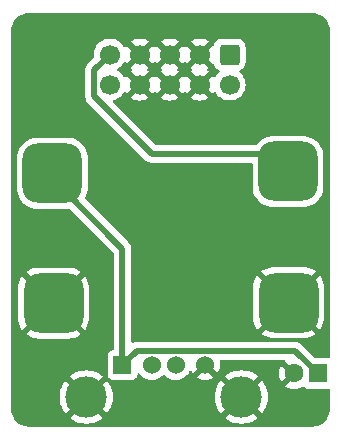
<source format=gbr>
%TF.GenerationSoftware,KiCad,Pcbnew,8.0.5*%
%TF.CreationDate,2024-12-20T11:43:52+13:00*%
%TF.ProjectId,eurorack_to_usb_MP1584EN,6575726f-7261-4636-9b5f-746f5f757362,rev?*%
%TF.SameCoordinates,Original*%
%TF.FileFunction,Copper,L1,Top*%
%TF.FilePolarity,Positive*%
%FSLAX46Y46*%
G04 Gerber Fmt 4.6, Leading zero omitted, Abs format (unit mm)*
G04 Created by KiCad (PCBNEW 8.0.5) date 2024-12-20 11:43:52*
%MOMM*%
%LPD*%
G01*
G04 APERTURE LIST*
G04 Aperture macros list*
%AMRoundRect*
0 Rectangle with rounded corners*
0 $1 Rounding radius*
0 $2 $3 $4 $5 $6 $7 $8 $9 X,Y pos of 4 corners*
0 Add a 4 corners polygon primitive as box body*
4,1,4,$2,$3,$4,$5,$6,$7,$8,$9,$2,$3,0*
0 Add four circle primitives for the rounded corners*
1,1,$1+$1,$2,$3*
1,1,$1+$1,$4,$5*
1,1,$1+$1,$6,$7*
1,1,$1+$1,$8,$9*
0 Add four rect primitives between the rounded corners*
20,1,$1+$1,$2,$3,$4,$5,0*
20,1,$1+$1,$4,$5,$6,$7,0*
20,1,$1+$1,$6,$7,$8,$9,0*
20,1,$1+$1,$8,$9,$2,$3,0*%
G04 Aperture macros list end*
%TA.AperFunction,ComponentPad*%
%ADD10R,1.524000X1.524000*%
%TD*%
%TA.AperFunction,ComponentPad*%
%ADD11C,1.524000*%
%TD*%
%TA.AperFunction,ComponentPad*%
%ADD12C,3.500000*%
%TD*%
%TA.AperFunction,ComponentPad*%
%ADD13R,1.600000X1.600000*%
%TD*%
%TA.AperFunction,ComponentPad*%
%ADD14C,1.600000*%
%TD*%
%TA.AperFunction,ComponentPad*%
%ADD15R,1.700000X1.700000*%
%TD*%
%TA.AperFunction,ComponentPad*%
%ADD16O,1.700000X1.700000*%
%TD*%
%TA.AperFunction,SMDPad,CuDef*%
%ADD17RoundRect,1.250000X-1.250000X-1.250000X1.250000X-1.250000X1.250000X1.250000X-1.250000X1.250000X0*%
%TD*%
%TA.AperFunction,ComponentPad*%
%ADD18RoundRect,0.250000X-0.600000X0.600000X-0.600000X-0.600000X0.600000X-0.600000X0.600000X0.600000X0*%
%TD*%
%TA.AperFunction,ComponentPad*%
%ADD19C,1.700000*%
%TD*%
%TA.AperFunction,Conductor*%
%ADD20C,0.500000*%
%TD*%
G04 APERTURE END LIST*
D10*
%TO.P,J2,1,VBUS*%
%TO.N,Net-(J2-VBUS)*%
X144930000Y-106290000D03*
D11*
%TO.P,J2,2,D-*%
%TO.N,unconnected-(J2-D--Pad2)*%
X147430000Y-106290000D03*
%TO.P,J2,3,D+*%
%TO.N,unconnected-(J2-D+-Pad3)*%
X149430000Y-106290000D03*
%TO.P,J2,4,GND*%
%TO.N,GND*%
X151930000Y-106290000D03*
D12*
%TO.P,J2,5,Shield*%
X141860000Y-109000000D03*
X155000000Y-109000000D03*
%TD*%
D13*
%TO.P,C1,1*%
%TO.N,Net-(J2-VBUS)*%
X161455112Y-107000000D03*
D14*
%TO.P,C1,2*%
%TO.N,GND*%
X159455112Y-107000000D03*
%TD*%
D15*
%TO.P,J3,1,Pin_1*%
%TO.N,Net-(J1-Pin_9)*%
X158194800Y-88413400D03*
D16*
X158194800Y-91105800D03*
D17*
X158950000Y-89900000D03*
D16*
%TO.P,J3,2,Pin_2*%
%TO.N,GND*%
X158245600Y-102205600D03*
D15*
X158271000Y-99589400D03*
D17*
X159000000Y-101000000D03*
%TO.P,J3,3,Pin_3*%
X139100000Y-101050000D03*
D15*
X140059200Y-99716400D03*
D16*
X140100000Y-102450000D03*
D17*
%TO.P,J3,4,Pin_4*%
%TO.N,Net-(J2-VBUS)*%
X139000000Y-90050000D03*
D16*
X139856000Y-91359800D03*
D15*
X139906800Y-88591200D03*
%TD*%
D18*
%TO.P,J1,1,Pin_1*%
%TO.N,unconnected-(J1-Pin_1-Pad1)*%
X154000000Y-80000000D03*
D19*
%TO.P,J1,2,Pin_2*%
%TO.N,unconnected-(J1-Pin_2-Pad2)*%
X154000000Y-82540000D03*
%TO.P,J1,3,Pin_3*%
%TO.N,GND*%
X151460000Y-80000000D03*
%TO.P,J1,4,Pin_4*%
X151460000Y-82540000D03*
%TO.P,J1,5,Pin_5*%
X148920000Y-80000000D03*
%TO.P,J1,6,Pin_6*%
X148920000Y-82540000D03*
%TO.P,J1,7,Pin_7*%
X146380000Y-80000000D03*
%TO.P,J1,8,Pin_8*%
X146380000Y-82540000D03*
%TO.P,J1,9,Pin_9*%
%TO.N,Net-(J1-Pin_9)*%
X143840000Y-80000000D03*
%TO.P,J1,10,Pin_10*%
%TO.N,unconnected-(J1-Pin_10-Pad10)*%
X143840000Y-82540000D03*
%TD*%
D20*
%TO.N,Net-(J2-VBUS)*%
X139856000Y-91359800D02*
X144930000Y-96433800D01*
X159533112Y-105078000D02*
X161455112Y-107000000D01*
X144930000Y-106290000D02*
X146142000Y-105078000D01*
X146142000Y-105078000D02*
X159533112Y-105078000D01*
X144930000Y-96433800D02*
X144930000Y-106290000D01*
%TO.N,Net-(J1-Pin_9)*%
X142540000Y-81300000D02*
X142540000Y-83540000D01*
X147413400Y-88413400D02*
X158194800Y-88413400D01*
X142540000Y-83540000D02*
X147413400Y-88413400D01*
X143840000Y-80000000D02*
X142540000Y-81300000D01*
%TD*%
%TA.AperFunction,Conductor*%
%TO.N,GND*%
G36*
X145914075Y-80192993D02*
G01*
X145979901Y-80307007D01*
X146072993Y-80400099D01*
X146187007Y-80465925D01*
X146250590Y-80482962D01*
X145618625Y-81114925D01*
X145695031Y-81168425D01*
X145738655Y-81223002D01*
X145745848Y-81292501D01*
X145714326Y-81354855D01*
X145695029Y-81371576D01*
X145618625Y-81425072D01*
X146250590Y-82057037D01*
X146187007Y-82074075D01*
X146072993Y-82139901D01*
X145979901Y-82232993D01*
X145914075Y-82347007D01*
X145897037Y-82410590D01*
X145265073Y-81778626D01*
X145211881Y-81854594D01*
X145157304Y-81898219D01*
X145087806Y-81905413D01*
X145025451Y-81873891D01*
X145008730Y-81854594D01*
X144878494Y-81668597D01*
X144711402Y-81501506D01*
X144711396Y-81501501D01*
X144525842Y-81371575D01*
X144482217Y-81316998D01*
X144475023Y-81247500D01*
X144506546Y-81185145D01*
X144525842Y-81168425D01*
X144650573Y-81081087D01*
X144711401Y-81038495D01*
X144878495Y-80871401D01*
X145008732Y-80685403D01*
X145063307Y-80641780D01*
X145132805Y-80634586D01*
X145195160Y-80666109D01*
X145211880Y-80685405D01*
X145265073Y-80761373D01*
X145897037Y-80129409D01*
X145914075Y-80192993D01*
G37*
%TD.AperFunction*%
%TA.AperFunction,Conductor*%
G36*
X150994075Y-80192993D02*
G01*
X151059901Y-80307007D01*
X151152993Y-80400099D01*
X151267007Y-80465925D01*
X151330590Y-80482962D01*
X150698625Y-81114925D01*
X150775031Y-81168425D01*
X150818655Y-81223002D01*
X150825848Y-81292501D01*
X150794326Y-81354855D01*
X150775029Y-81371576D01*
X150698625Y-81425072D01*
X151330590Y-82057037D01*
X151267007Y-82074075D01*
X151152993Y-82139901D01*
X151059901Y-82232993D01*
X150994075Y-82347007D01*
X150977037Y-82410590D01*
X150345072Y-81778625D01*
X150345072Y-81778626D01*
X150291574Y-81855030D01*
X150236998Y-81898655D01*
X150167499Y-81905849D01*
X150105144Y-81874326D01*
X150088424Y-81855030D01*
X150034925Y-81778626D01*
X150034925Y-81778625D01*
X149402962Y-82410589D01*
X149385925Y-82347007D01*
X149320099Y-82232993D01*
X149227007Y-82139901D01*
X149112993Y-82074075D01*
X149049410Y-82057037D01*
X149681373Y-81425073D01*
X149604969Y-81371576D01*
X149561344Y-81316999D01*
X149554150Y-81247501D01*
X149585672Y-81185146D01*
X149604968Y-81168425D01*
X149681373Y-81114925D01*
X149049409Y-80482962D01*
X149112993Y-80465925D01*
X149227007Y-80400099D01*
X149320099Y-80307007D01*
X149385925Y-80192993D01*
X149402962Y-80129410D01*
X150034925Y-80761373D01*
X150088425Y-80684968D01*
X150143002Y-80641344D01*
X150212501Y-80634151D01*
X150274855Y-80665673D01*
X150291576Y-80684969D01*
X150345073Y-80761372D01*
X150977037Y-80129409D01*
X150994075Y-80192993D01*
G37*
%TD.AperFunction*%
%TA.AperFunction,Conductor*%
G36*
X148454075Y-80192993D02*
G01*
X148519901Y-80307007D01*
X148612993Y-80400099D01*
X148727007Y-80465925D01*
X148790590Y-80482962D01*
X148158625Y-81114925D01*
X148235031Y-81168425D01*
X148278655Y-81223002D01*
X148285848Y-81292501D01*
X148254326Y-81354855D01*
X148235029Y-81371576D01*
X148158625Y-81425072D01*
X148790590Y-82057037D01*
X148727007Y-82074075D01*
X148612993Y-82139901D01*
X148519901Y-82232993D01*
X148454075Y-82347007D01*
X148437037Y-82410589D01*
X147805073Y-81778625D01*
X147805072Y-81778626D01*
X147751574Y-81855030D01*
X147696998Y-81898655D01*
X147627499Y-81905849D01*
X147565144Y-81874326D01*
X147548424Y-81855030D01*
X147494925Y-81778626D01*
X147494925Y-81778625D01*
X146862962Y-82410589D01*
X146845925Y-82347007D01*
X146780099Y-82232993D01*
X146687007Y-82139901D01*
X146572993Y-82074075D01*
X146509410Y-82057037D01*
X147141373Y-81425073D01*
X147064969Y-81371576D01*
X147021344Y-81316999D01*
X147014150Y-81247501D01*
X147045672Y-81185146D01*
X147064968Y-81168425D01*
X147141373Y-81114925D01*
X146509409Y-80482962D01*
X146572993Y-80465925D01*
X146687007Y-80400099D01*
X146780099Y-80307007D01*
X146845925Y-80192993D01*
X146862962Y-80129410D01*
X147494925Y-80761373D01*
X147548425Y-80684968D01*
X147603002Y-80641344D01*
X147672501Y-80634151D01*
X147734855Y-80665673D01*
X147751576Y-80684969D01*
X147805073Y-80761372D01*
X148437037Y-80129409D01*
X148454075Y-80192993D01*
G37*
%TD.AperFunction*%
%TA.AperFunction,Conductor*%
G36*
X152579341Y-80765789D02*
G01*
X152631191Y-80776209D01*
X152681375Y-80824823D01*
X152691206Y-80846967D01*
X152715185Y-80919331D01*
X152715187Y-80919336D01*
X152730713Y-80944508D01*
X152807288Y-81068656D01*
X152931344Y-81192712D01*
X153080666Y-81284814D01*
X153089264Y-81287663D01*
X153146707Y-81327433D01*
X153173531Y-81391948D01*
X153161217Y-81460724D01*
X153132234Y-81497483D01*
X153132427Y-81497676D01*
X153130798Y-81499304D01*
X153129975Y-81500349D01*
X153128599Y-81501503D01*
X152961505Y-81668597D01*
X152831269Y-81854595D01*
X152776692Y-81898220D01*
X152707194Y-81905414D01*
X152644839Y-81873891D01*
X152628119Y-81854595D01*
X152574925Y-81778626D01*
X152574925Y-81778625D01*
X151942962Y-82410589D01*
X151925925Y-82347007D01*
X151860099Y-82232993D01*
X151767007Y-82139901D01*
X151652993Y-82074075D01*
X151589410Y-82057037D01*
X152221373Y-81425073D01*
X152144969Y-81371576D01*
X152101344Y-81316999D01*
X152094150Y-81247501D01*
X152125672Y-81185146D01*
X152144968Y-81168425D01*
X152221373Y-81114925D01*
X151589409Y-80482962D01*
X151652993Y-80465925D01*
X151767007Y-80400099D01*
X151860099Y-80307007D01*
X151925925Y-80192993D01*
X151942962Y-80129410D01*
X152579341Y-80765789D01*
G37*
%TD.AperFunction*%
%TA.AperFunction,Conductor*%
G36*
X161004418Y-76500816D02*
G01*
X161204561Y-76515130D01*
X161222063Y-76517647D01*
X161413797Y-76559355D01*
X161430755Y-76564334D01*
X161614609Y-76632909D01*
X161630701Y-76640259D01*
X161802904Y-76734288D01*
X161817784Y-76743849D01*
X161974867Y-76861441D01*
X161988237Y-76873027D01*
X162126972Y-77011762D01*
X162138558Y-77025132D01*
X162256146Y-77182210D01*
X162265711Y-77197095D01*
X162359740Y-77369298D01*
X162367090Y-77385390D01*
X162435662Y-77569236D01*
X162440646Y-77586212D01*
X162482351Y-77777931D01*
X162484869Y-77795442D01*
X162499184Y-77995580D01*
X162499500Y-78004427D01*
X162499500Y-105582582D01*
X162479815Y-105649621D01*
X162427011Y-105695376D01*
X162362247Y-105705871D01*
X162302985Y-105699500D01*
X162302977Y-105699500D01*
X161267342Y-105699500D01*
X161200303Y-105679815D01*
X161179661Y-105663181D01*
X160011533Y-104495052D01*
X160011526Y-104495046D01*
X159937841Y-104445812D01*
X159937841Y-104445813D01*
X159888603Y-104412913D01*
X159752029Y-104356343D01*
X159752019Y-104356340D01*
X159607032Y-104327500D01*
X159607030Y-104327500D01*
X146068082Y-104327500D01*
X146068080Y-104327500D01*
X145923092Y-104356340D01*
X145923091Y-104356341D01*
X145923090Y-104356341D01*
X145923087Y-104356342D01*
X145854149Y-104384896D01*
X145851952Y-104385807D01*
X145782482Y-104393275D01*
X145720003Y-104361999D01*
X145684351Y-104301910D01*
X145680500Y-104271245D01*
X145680500Y-103651544D01*
X156702007Y-103651544D01*
X156816335Y-103735923D01*
X156816336Y-103735924D01*
X157048224Y-103858480D01*
X157295797Y-103945110D01*
X157295807Y-103945112D01*
X157553503Y-103993871D01*
X157553510Y-103993872D01*
X157662627Y-103999999D01*
X160337361Y-103999999D01*
X160337381Y-103999998D01*
X160446487Y-103993872D01*
X160446495Y-103993871D01*
X160704192Y-103945112D01*
X160704202Y-103945110D01*
X160951775Y-103858480D01*
X161183663Y-103735924D01*
X161183664Y-103735923D01*
X161297992Y-103651545D01*
X159000000Y-101353553D01*
X158549718Y-101803833D01*
X158438593Y-101739675D01*
X158311426Y-101705600D01*
X158179774Y-101705600D01*
X158052607Y-101739675D01*
X157938593Y-101805501D01*
X157845501Y-101898593D01*
X157779675Y-102012607D01*
X157745600Y-102139774D01*
X157745600Y-102271426D01*
X157779675Y-102398593D01*
X157843833Y-102509717D01*
X156702007Y-103651544D01*
X145680500Y-103651544D01*
X145680500Y-99662619D01*
X156000000Y-99662619D01*
X156000000Y-102337361D01*
X156000001Y-102337381D01*
X156006127Y-102446487D01*
X156006128Y-102446495D01*
X156054887Y-102704192D01*
X156054889Y-102704202D01*
X156141519Y-102951775D01*
X156264075Y-103183663D01*
X156264076Y-103183664D01*
X156348454Y-103297991D01*
X157995599Y-101650847D01*
X157995600Y-101650846D01*
X157995600Y-100979769D01*
X158495600Y-100979769D01*
X158495600Y-101150847D01*
X158646447Y-101000000D01*
X158646447Y-100999999D01*
X159353553Y-100999999D01*
X159353553Y-101000000D01*
X161651545Y-103297992D01*
X161735923Y-103183664D01*
X161735924Y-103183663D01*
X161858480Y-102951775D01*
X161945110Y-102704202D01*
X161945112Y-102704192D01*
X161993871Y-102446496D01*
X161993872Y-102446489D01*
X161999999Y-102337380D01*
X161999999Y-99662638D01*
X161999998Y-99662618D01*
X161993872Y-99553512D01*
X161993871Y-99553504D01*
X161945112Y-99295807D01*
X161945110Y-99295797D01*
X161858480Y-99048224D01*
X161735924Y-98816336D01*
X161735923Y-98816335D01*
X161651544Y-98702007D01*
X159353553Y-100999999D01*
X158646447Y-100999999D01*
X158521000Y-100874552D01*
X158521000Y-100905638D01*
X158501315Y-100972677D01*
X158495600Y-100979769D01*
X157995600Y-100979769D01*
X157995600Y-100889362D01*
X158015285Y-100822323D01*
X158021000Y-100815230D01*
X158021000Y-100374553D01*
X156348454Y-98702007D01*
X156264075Y-98816337D01*
X156141519Y-99048224D01*
X156054889Y-99295797D01*
X156054887Y-99295807D01*
X156006128Y-99553503D01*
X156006127Y-99553510D01*
X156000000Y-99662619D01*
X145680500Y-99662619D01*
X145680500Y-98348454D01*
X156702006Y-98348454D01*
X157793427Y-99439875D01*
X157771000Y-99523574D01*
X157771000Y-99655226D01*
X157805075Y-99782393D01*
X157870901Y-99896407D01*
X157963993Y-99989499D01*
X158078007Y-100055325D01*
X158205174Y-100089400D01*
X158336826Y-100089400D01*
X158463993Y-100055325D01*
X158521000Y-100022412D01*
X158521000Y-100167447D01*
X159000000Y-100646447D01*
X159000001Y-100646447D01*
X161297991Y-98348454D01*
X161183664Y-98264076D01*
X161183663Y-98264075D01*
X160951775Y-98141519D01*
X160704202Y-98054889D01*
X160704192Y-98054887D01*
X160446496Y-98006128D01*
X160446489Y-98006127D01*
X160337372Y-98000000D01*
X157662638Y-98000000D01*
X157662618Y-98000001D01*
X157553512Y-98006127D01*
X157553504Y-98006128D01*
X157295807Y-98054887D01*
X157295797Y-98054889D01*
X157048224Y-98141519D01*
X156816337Y-98264075D01*
X156702006Y-98348454D01*
X145680500Y-98348454D01*
X145680500Y-96359881D01*
X145674763Y-96331042D01*
X145674763Y-96331040D01*
X145651660Y-96214895D01*
X145651659Y-96214888D01*
X145597408Y-96083917D01*
X145595764Y-96079322D01*
X145512954Y-95955388D01*
X145512953Y-95955387D01*
X145512951Y-95955384D01*
X145408416Y-95850849D01*
X141820128Y-92262561D01*
X141786643Y-92201238D01*
X141791627Y-92131546D01*
X141798172Y-92116950D01*
X141858941Y-92001974D01*
X141945594Y-91754333D01*
X141994370Y-91496543D01*
X142000500Y-91387392D01*
X142000500Y-88712608D01*
X141994370Y-88603457D01*
X141986641Y-88562610D01*
X141945596Y-88345677D01*
X141945595Y-88345672D01*
X141945594Y-88345671D01*
X141945594Y-88345667D01*
X141858941Y-88098026D01*
X141736346Y-87866067D01*
X141580550Y-87654969D01*
X141395031Y-87469450D01*
X141183933Y-87313654D01*
X141183929Y-87313652D01*
X141183928Y-87313651D01*
X140951978Y-87191061D01*
X140951977Y-87191060D01*
X140951974Y-87191059D01*
X140704333Y-87104406D01*
X140704332Y-87104405D01*
X140704327Y-87104404D01*
X140704322Y-87104403D01*
X140446554Y-87055631D01*
X140446544Y-87055630D01*
X140446543Y-87055630D01*
X140337392Y-87049500D01*
X137662608Y-87049500D01*
X137553457Y-87055630D01*
X137553456Y-87055630D01*
X137553445Y-87055631D01*
X137295677Y-87104403D01*
X137295672Y-87104404D01*
X137171846Y-87147732D01*
X137048026Y-87191059D01*
X137048024Y-87191059D01*
X137048021Y-87191061D01*
X136816071Y-87313651D01*
X136604968Y-87469450D01*
X136419450Y-87654968D01*
X136263651Y-87866071D01*
X136141061Y-88098021D01*
X136054404Y-88345672D01*
X136054403Y-88345677D01*
X136005631Y-88603445D01*
X136005630Y-88603458D01*
X135999500Y-88712610D01*
X135999500Y-91387389D01*
X136005630Y-91496541D01*
X136005631Y-91496554D01*
X136054403Y-91754322D01*
X136054404Y-91754327D01*
X136054405Y-91754332D01*
X136054406Y-91754333D01*
X136141059Y-92001974D01*
X136263654Y-92233933D01*
X136419450Y-92445031D01*
X136604969Y-92630550D01*
X136816067Y-92786346D01*
X137048026Y-92908941D01*
X137295667Y-92995594D01*
X137295671Y-92995594D01*
X137295672Y-92995595D01*
X137295677Y-92995596D01*
X137553445Y-93044368D01*
X137553447Y-93044368D01*
X137553457Y-93044370D01*
X137662608Y-93050500D01*
X137662625Y-93050500D01*
X140337375Y-93050500D01*
X140337392Y-93050500D01*
X140422069Y-93045744D01*
X140490105Y-93061639D01*
X140516701Y-93081868D01*
X144143181Y-96708348D01*
X144176666Y-96769671D01*
X144179500Y-96796029D01*
X144179500Y-104909733D01*
X144159815Y-104976772D01*
X144107011Y-105022527D01*
X144068757Y-105033022D01*
X144060519Y-105033907D01*
X143925671Y-105084202D01*
X143925664Y-105084206D01*
X143810455Y-105170452D01*
X143810452Y-105170455D01*
X143724206Y-105285664D01*
X143724202Y-105285671D01*
X143673908Y-105420517D01*
X143667501Y-105480116D01*
X143667500Y-105480135D01*
X143667500Y-107099870D01*
X143667501Y-107099876D01*
X143673908Y-107159483D01*
X143724202Y-107294328D01*
X143724206Y-107294335D01*
X143810452Y-107409544D01*
X143810455Y-107409547D01*
X143925664Y-107495793D01*
X143925671Y-107495797D01*
X144060517Y-107546091D01*
X144060516Y-107546091D01*
X144067444Y-107546835D01*
X144120127Y-107552500D01*
X145739872Y-107552499D01*
X145799483Y-107546091D01*
X145934331Y-107495796D01*
X146049546Y-107409546D01*
X146135796Y-107294331D01*
X146186091Y-107159483D01*
X146192229Y-107102386D01*
X146218966Y-107037839D01*
X146276358Y-106997991D01*
X146346183Y-106995497D01*
X146406272Y-107031149D01*
X146417093Y-107044522D01*
X146459170Y-107104615D01*
X146459175Y-107104621D01*
X146615378Y-107260824D01*
X146615384Y-107260829D01*
X146796333Y-107387531D01*
X146796335Y-107387532D01*
X146796338Y-107387534D01*
X146996550Y-107480894D01*
X147209932Y-107538070D01*
X147367123Y-107551822D01*
X147429998Y-107557323D01*
X147430000Y-107557323D01*
X147430002Y-107557323D01*
X147485151Y-107552498D01*
X147650068Y-107538070D01*
X147863450Y-107480894D01*
X148063662Y-107387534D01*
X148244620Y-107260826D01*
X148342319Y-107163127D01*
X148403642Y-107129642D01*
X148473334Y-107134626D01*
X148517681Y-107163127D01*
X148615378Y-107260824D01*
X148615384Y-107260829D01*
X148796333Y-107387531D01*
X148796335Y-107387532D01*
X148796338Y-107387534D01*
X148996550Y-107480894D01*
X149209932Y-107538070D01*
X149367123Y-107551822D01*
X149429998Y-107557323D01*
X149430000Y-107557323D01*
X149430002Y-107557323D01*
X149485151Y-107552498D01*
X149650068Y-107538070D01*
X149863450Y-107480894D01*
X150063662Y-107387534D01*
X150244620Y-107260826D01*
X150400826Y-107104620D01*
X150527534Y-106923662D01*
X150567894Y-106837108D01*
X150614066Y-106784669D01*
X150681259Y-106765517D01*
X150748140Y-106785732D01*
X150792658Y-106837109D01*
X150832898Y-106923405D01*
X150832901Y-106923411D01*
X150878258Y-106988187D01*
X150878258Y-106988188D01*
X151479697Y-106386749D01*
X151501349Y-106467553D01*
X151561909Y-106572446D01*
X151647554Y-106658091D01*
X151752447Y-106718651D01*
X151833249Y-106740302D01*
X151231810Y-107341740D01*
X151296590Y-107387099D01*
X151296592Y-107387100D01*
X151496715Y-107480419D01*
X151496729Y-107480424D01*
X151710013Y-107537573D01*
X151710023Y-107537575D01*
X151929999Y-107556821D01*
X151930001Y-107556821D01*
X152149976Y-107537575D01*
X152149986Y-107537573D01*
X152363270Y-107480424D01*
X152363284Y-107480419D01*
X152563407Y-107387100D01*
X152563417Y-107387094D01*
X152628188Y-107341741D01*
X152026750Y-106740302D01*
X152107553Y-106718651D01*
X152212446Y-106658091D01*
X152298091Y-106572446D01*
X152358651Y-106467553D01*
X152380302Y-106386749D01*
X152981741Y-106988188D01*
X153027094Y-106923417D01*
X153027100Y-106923407D01*
X153120419Y-106723284D01*
X153120424Y-106723270D01*
X153177573Y-106509986D01*
X153177575Y-106509976D01*
X153196821Y-106290000D01*
X153196821Y-106289999D01*
X153177575Y-106070023D01*
X153177574Y-106070017D01*
X153154685Y-105984594D01*
X153156348Y-105914744D01*
X153195510Y-105856881D01*
X153259739Y-105829377D01*
X153274460Y-105828500D01*
X158602407Y-105828500D01*
X158669446Y-105848185D01*
X158715201Y-105900989D01*
X158716355Y-105907691D01*
X159408665Y-106600000D01*
X159402451Y-106600000D01*
X159300718Y-106627259D01*
X159209506Y-106679920D01*
X159135032Y-106754394D01*
X159082371Y-106845606D01*
X159055112Y-106947339D01*
X159055112Y-106953552D01*
X158376086Y-106274526D01*
X158376085Y-106274526D01*
X158324980Y-106347512D01*
X158324978Y-106347516D01*
X158228846Y-106553673D01*
X158228842Y-106553682D01*
X158169972Y-106773389D01*
X158169970Y-106773400D01*
X158150146Y-106999997D01*
X158150146Y-107000002D01*
X158169970Y-107226599D01*
X158169972Y-107226610D01*
X158228842Y-107446317D01*
X158228847Y-107446331D01*
X158324975Y-107652478D01*
X158376086Y-107725472D01*
X159055112Y-107046446D01*
X159055112Y-107052661D01*
X159082371Y-107154394D01*
X159135032Y-107245606D01*
X159209506Y-107320080D01*
X159300718Y-107372741D01*
X159402451Y-107400000D01*
X159408663Y-107400000D01*
X158729638Y-108079025D01*
X158802625Y-108130132D01*
X158802633Y-108130136D01*
X159008780Y-108226264D01*
X159008794Y-108226269D01*
X159228501Y-108285139D01*
X159228512Y-108285141D01*
X159455110Y-108304966D01*
X159455114Y-108304966D01*
X159681711Y-108285141D01*
X159681722Y-108285139D01*
X159901429Y-108226269D01*
X159901438Y-108226265D01*
X160107593Y-108130134D01*
X160120365Y-108121191D01*
X160186571Y-108098862D01*
X160254339Y-108115870D01*
X160290756Y-108148449D01*
X160297566Y-108157546D01*
X160343755Y-108192123D01*
X160412776Y-108243793D01*
X160412783Y-108243797D01*
X160547629Y-108294091D01*
X160547628Y-108294091D01*
X160554556Y-108294835D01*
X160607239Y-108300500D01*
X162302984Y-108300499D01*
X162362247Y-108294128D01*
X162431005Y-108306534D01*
X162482142Y-108354145D01*
X162499500Y-108417418D01*
X162499500Y-109995572D01*
X162499184Y-110004419D01*
X162484869Y-110204557D01*
X162482351Y-110222068D01*
X162440646Y-110413787D01*
X162435662Y-110430763D01*
X162367090Y-110614609D01*
X162359740Y-110630701D01*
X162265711Y-110802904D01*
X162256146Y-110817789D01*
X162138558Y-110974867D01*
X162126972Y-110988237D01*
X161988237Y-111126972D01*
X161974867Y-111138558D01*
X161817789Y-111256146D01*
X161802904Y-111265711D01*
X161630701Y-111359740D01*
X161614609Y-111367090D01*
X161430763Y-111435662D01*
X161413787Y-111440646D01*
X161222068Y-111482351D01*
X161204557Y-111484869D01*
X161023779Y-111497799D01*
X161004417Y-111499184D01*
X160995572Y-111499500D01*
X155054835Y-111499500D01*
X154997330Y-111482614D01*
X154972244Y-111496507D01*
X154945165Y-111499500D01*
X141914835Y-111499500D01*
X141857330Y-111482614D01*
X141832244Y-111496507D01*
X141805165Y-111499500D01*
X137004428Y-111499500D01*
X136995582Y-111499184D01*
X136973622Y-111497613D01*
X136795442Y-111484869D01*
X136777931Y-111482351D01*
X136586212Y-111440646D01*
X136569236Y-111435662D01*
X136385390Y-111367090D01*
X136369298Y-111359740D01*
X136197095Y-111265711D01*
X136182210Y-111256146D01*
X136025132Y-111138558D01*
X136011762Y-111126972D01*
X135873027Y-110988237D01*
X135861441Y-110974867D01*
X135844878Y-110952741D01*
X135743849Y-110817784D01*
X135734288Y-110802904D01*
X135640259Y-110630701D01*
X135632909Y-110614609D01*
X135572091Y-110451551D01*
X135564334Y-110430755D01*
X135559355Y-110413797D01*
X135517647Y-110222063D01*
X135515130Y-110204556D01*
X135500816Y-110004418D01*
X135500500Y-109995572D01*
X135500500Y-109000000D01*
X139605172Y-109000000D01*
X139624462Y-109294312D01*
X139624464Y-109294324D01*
X139682001Y-109583584D01*
X139682005Y-109583599D01*
X139776812Y-109862888D01*
X139907258Y-110127406D01*
X139907265Y-110127419D01*
X140071123Y-110372649D01*
X140100405Y-110406040D01*
X140887912Y-109618532D01*
X140982829Y-109749175D01*
X141110825Y-109877171D01*
X141241465Y-109972086D01*
X140453958Y-110759593D01*
X140487350Y-110788876D01*
X140732580Y-110952734D01*
X140732593Y-110952741D01*
X140997111Y-111083187D01*
X141276400Y-111177994D01*
X141276415Y-111177998D01*
X141565675Y-111235535D01*
X141565687Y-111235537D01*
X141813275Y-111251765D01*
X141860431Y-111269034D01*
X141879900Y-111256523D01*
X141906725Y-111251765D01*
X142154312Y-111235537D01*
X142154324Y-111235535D01*
X142443584Y-111177998D01*
X142443599Y-111177994D01*
X142722888Y-111083187D01*
X142987406Y-110952741D01*
X142987419Y-110952734D01*
X143232648Y-110788877D01*
X143266039Y-110759593D01*
X142478533Y-109972086D01*
X142609175Y-109877171D01*
X142737171Y-109749175D01*
X142832086Y-109618533D01*
X143619593Y-110406039D01*
X143648877Y-110372648D01*
X143812734Y-110127419D01*
X143812741Y-110127406D01*
X143943187Y-109862888D01*
X144037994Y-109583599D01*
X144037998Y-109583584D01*
X144095535Y-109294324D01*
X144095537Y-109294312D01*
X144114827Y-109000000D01*
X152745172Y-109000000D01*
X152764462Y-109294312D01*
X152764464Y-109294324D01*
X152822001Y-109583584D01*
X152822005Y-109583599D01*
X152916812Y-109862888D01*
X153047258Y-110127406D01*
X153047265Y-110127419D01*
X153211123Y-110372649D01*
X153240405Y-110406040D01*
X154027912Y-109618532D01*
X154122829Y-109749175D01*
X154250825Y-109877171D01*
X154381465Y-109972086D01*
X153593958Y-110759593D01*
X153627350Y-110788876D01*
X153872580Y-110952734D01*
X153872593Y-110952741D01*
X154137111Y-111083187D01*
X154416400Y-111177994D01*
X154416415Y-111177998D01*
X154705675Y-111235535D01*
X154705687Y-111235537D01*
X154953275Y-111251765D01*
X155000431Y-111269034D01*
X155019900Y-111256523D01*
X155046725Y-111251765D01*
X155294312Y-111235537D01*
X155294324Y-111235535D01*
X155583584Y-111177998D01*
X155583599Y-111177994D01*
X155862888Y-111083187D01*
X156127406Y-110952741D01*
X156127419Y-110952734D01*
X156372648Y-110788877D01*
X156406039Y-110759593D01*
X155618533Y-109972086D01*
X155749175Y-109877171D01*
X155877171Y-109749175D01*
X155972086Y-109618533D01*
X156759593Y-110406039D01*
X156788877Y-110372648D01*
X156952734Y-110127419D01*
X156952741Y-110127406D01*
X157083187Y-109862888D01*
X157177994Y-109583599D01*
X157177998Y-109583584D01*
X157235535Y-109294324D01*
X157235537Y-109294312D01*
X157254827Y-109000000D01*
X157235537Y-108705687D01*
X157235535Y-108705675D01*
X157177998Y-108416415D01*
X157177994Y-108416400D01*
X157083187Y-108137111D01*
X156952741Y-107872593D01*
X156952734Y-107872580D01*
X156788876Y-107627350D01*
X156759593Y-107593958D01*
X155972086Y-108381465D01*
X155877171Y-108250825D01*
X155749175Y-108122829D01*
X155618533Y-108027912D01*
X156406040Y-107240405D01*
X156372649Y-107211123D01*
X156127419Y-107047265D01*
X156127406Y-107047258D01*
X155862888Y-106916812D01*
X155583599Y-106822005D01*
X155583584Y-106822001D01*
X155294324Y-106764464D01*
X155294312Y-106764462D01*
X155000000Y-106745172D01*
X154705687Y-106764462D01*
X154705675Y-106764464D01*
X154416415Y-106822001D01*
X154416400Y-106822005D01*
X154137111Y-106916812D01*
X153872593Y-107047258D01*
X153872580Y-107047265D01*
X153627346Y-107211126D01*
X153627339Y-107211131D01*
X153593959Y-107240403D01*
X153593959Y-107240405D01*
X154381466Y-108027912D01*
X154250825Y-108122829D01*
X154122829Y-108250825D01*
X154027912Y-108381466D01*
X153240405Y-107593959D01*
X153240403Y-107593959D01*
X153211131Y-107627339D01*
X153211126Y-107627346D01*
X153047265Y-107872580D01*
X153047258Y-107872593D01*
X152916812Y-108137111D01*
X152822005Y-108416400D01*
X152822001Y-108416415D01*
X152764464Y-108705675D01*
X152764462Y-108705687D01*
X152745172Y-109000000D01*
X144114827Y-109000000D01*
X144095537Y-108705687D01*
X144095535Y-108705675D01*
X144037998Y-108416415D01*
X144037994Y-108416400D01*
X143943187Y-108137111D01*
X143812741Y-107872593D01*
X143812734Y-107872580D01*
X143648876Y-107627350D01*
X143619593Y-107593958D01*
X142832086Y-108381465D01*
X142737171Y-108250825D01*
X142609175Y-108122829D01*
X142478533Y-108027912D01*
X143266040Y-107240405D01*
X143232649Y-107211123D01*
X142987419Y-107047265D01*
X142987406Y-107047258D01*
X142722888Y-106916812D01*
X142443599Y-106822005D01*
X142443584Y-106822001D01*
X142154324Y-106764464D01*
X142154312Y-106764462D01*
X141860000Y-106745172D01*
X141565687Y-106764462D01*
X141565675Y-106764464D01*
X141276415Y-106822001D01*
X141276400Y-106822005D01*
X140997111Y-106916812D01*
X140732593Y-107047258D01*
X140732580Y-107047265D01*
X140487346Y-107211126D01*
X140487339Y-107211131D01*
X140453959Y-107240403D01*
X140453959Y-107240405D01*
X141241466Y-108027912D01*
X141110825Y-108122829D01*
X140982829Y-108250825D01*
X140887913Y-108381466D01*
X140100405Y-107593959D01*
X140100403Y-107593959D01*
X140071131Y-107627339D01*
X140071126Y-107627346D01*
X139907265Y-107872580D01*
X139907258Y-107872593D01*
X139776812Y-108137111D01*
X139682005Y-108416400D01*
X139682001Y-108416415D01*
X139624464Y-108705675D01*
X139624462Y-108705687D01*
X139605172Y-109000000D01*
X135500500Y-109000000D01*
X135500500Y-103701544D01*
X136802007Y-103701544D01*
X136916335Y-103785923D01*
X136916336Y-103785924D01*
X137148224Y-103908480D01*
X137395797Y-103995110D01*
X137395807Y-103995112D01*
X137653503Y-104043871D01*
X137653510Y-104043872D01*
X137762627Y-104049999D01*
X140437361Y-104049999D01*
X140437381Y-104049998D01*
X140546487Y-104043872D01*
X140546495Y-104043871D01*
X140804192Y-103995112D01*
X140804202Y-103995110D01*
X141051775Y-103908480D01*
X141283663Y-103785924D01*
X141283664Y-103785923D01*
X141397992Y-103701545D01*
X140476776Y-102780329D01*
X140500099Y-102757007D01*
X140565925Y-102642993D01*
X140600000Y-102515826D01*
X140600000Y-102384174D01*
X140565925Y-102257007D01*
X140500099Y-102142993D01*
X140407007Y-102049901D01*
X140292993Y-101984075D01*
X140165826Y-101950000D01*
X140034174Y-101950000D01*
X139907007Y-101984075D01*
X139792993Y-102049901D01*
X139769670Y-102073223D01*
X139100000Y-101403553D01*
X136802007Y-103701544D01*
X135500500Y-103701544D01*
X135500500Y-99712619D01*
X136100000Y-99712619D01*
X136100000Y-102387361D01*
X136100001Y-102387381D01*
X136106127Y-102496487D01*
X136106128Y-102496495D01*
X136154887Y-102754192D01*
X136154889Y-102754202D01*
X136241519Y-103001775D01*
X136364075Y-103233663D01*
X136364076Y-103233664D01*
X136448454Y-103347991D01*
X138746447Y-101050000D01*
X138746446Y-101049999D01*
X139453553Y-101049999D01*
X139453553Y-101050000D01*
X139849999Y-101446447D01*
X139850000Y-101446446D01*
X139850000Y-101109400D01*
X139845519Y-101104919D01*
X139812034Y-101043596D01*
X139809200Y-101017238D01*
X139809200Y-100694353D01*
X139809199Y-100694352D01*
X139453553Y-101049999D01*
X138746446Y-101049999D01*
X136448454Y-98752007D01*
X136364075Y-98866337D01*
X136241519Y-99098224D01*
X136154889Y-99345797D01*
X136154887Y-99345807D01*
X136106128Y-99603503D01*
X136106127Y-99603510D01*
X136100000Y-99712619D01*
X135500500Y-99712619D01*
X135500500Y-98398454D01*
X136802007Y-98398454D01*
X139100000Y-100696447D01*
X139716070Y-100080376D01*
X139752193Y-100116499D01*
X139866207Y-100182325D01*
X139993374Y-100216400D01*
X140125026Y-100216400D01*
X140207309Y-100194352D01*
X140309200Y-100194352D01*
X140309200Y-101057000D01*
X140313681Y-101061481D01*
X140347166Y-101122804D01*
X140350000Y-101149162D01*
X140350000Y-101946447D01*
X141751545Y-103347992D01*
X141835923Y-103233664D01*
X141835924Y-103233663D01*
X141958480Y-103001775D01*
X142045110Y-102754202D01*
X142045112Y-102754192D01*
X142093871Y-102496496D01*
X142093872Y-102496489D01*
X142099999Y-102387380D01*
X142099999Y-99712638D01*
X142099998Y-99712618D01*
X142093872Y-99603512D01*
X142093871Y-99603504D01*
X142045112Y-99345807D01*
X142045110Y-99345797D01*
X141958480Y-99098224D01*
X141835924Y-98866336D01*
X141835923Y-98866335D01*
X141751544Y-98752007D01*
X140309200Y-100194352D01*
X140207309Y-100194352D01*
X140252193Y-100182325D01*
X140366207Y-100116499D01*
X140459299Y-100023407D01*
X140525125Y-99909393D01*
X140559200Y-99782226D01*
X140559200Y-99650574D01*
X140525125Y-99523407D01*
X140459299Y-99409393D01*
X140423176Y-99373270D01*
X141397991Y-98398454D01*
X141283664Y-98314076D01*
X141283663Y-98314075D01*
X141051775Y-98191519D01*
X140804202Y-98104889D01*
X140804192Y-98104887D01*
X140546496Y-98056128D01*
X140546489Y-98056127D01*
X140437372Y-98050000D01*
X137762638Y-98050000D01*
X137762618Y-98050001D01*
X137653512Y-98056127D01*
X137653504Y-98056128D01*
X137395807Y-98104887D01*
X137395797Y-98104889D01*
X137148224Y-98191519D01*
X136916337Y-98314075D01*
X136802007Y-98398454D01*
X135500500Y-98398454D01*
X135500500Y-83613920D01*
X141789499Y-83613920D01*
X141818340Y-83758907D01*
X141818342Y-83758913D01*
X141874915Y-83895493D01*
X141874918Y-83895499D01*
X141875029Y-83895664D01*
X141875148Y-83895841D01*
X141957051Y-84018420D01*
X141957052Y-84018421D01*
X146934980Y-88996348D01*
X146934984Y-88996351D01*
X147057898Y-89078480D01*
X147057911Y-89078487D01*
X147194482Y-89135056D01*
X147194487Y-89135058D01*
X147194491Y-89135058D01*
X147194492Y-89135059D01*
X147339479Y-89163900D01*
X147339482Y-89163900D01*
X147487317Y-89163900D01*
X155825500Y-89163900D01*
X155892539Y-89183585D01*
X155938294Y-89236389D01*
X155949500Y-89287900D01*
X155949500Y-91237389D01*
X155955630Y-91346541D01*
X155955631Y-91346554D01*
X156004403Y-91604322D01*
X156004404Y-91604327D01*
X156004405Y-91604332D01*
X156004406Y-91604333D01*
X156091059Y-91851974D01*
X156213654Y-92083933D01*
X156369450Y-92295031D01*
X156554969Y-92480550D01*
X156766067Y-92636346D01*
X156998026Y-92758941D01*
X157245667Y-92845594D01*
X157245671Y-92845594D01*
X157245672Y-92845595D01*
X157245677Y-92845596D01*
X157503445Y-92894368D01*
X157503447Y-92894368D01*
X157503457Y-92894370D01*
X157612608Y-92900500D01*
X157612625Y-92900500D01*
X160287375Y-92900500D01*
X160287392Y-92900500D01*
X160396543Y-92894370D01*
X160654333Y-92845594D01*
X160901974Y-92758941D01*
X161133933Y-92636346D01*
X161345031Y-92480550D01*
X161530550Y-92295031D01*
X161686346Y-92083933D01*
X161808941Y-91851974D01*
X161895594Y-91604333D01*
X161944370Y-91346543D01*
X161950500Y-91237392D01*
X161950500Y-88562608D01*
X161944370Y-88453457D01*
X161895594Y-88195667D01*
X161808941Y-87948026D01*
X161686346Y-87716067D01*
X161530550Y-87504969D01*
X161345031Y-87319450D01*
X161133933Y-87163654D01*
X161133929Y-87163652D01*
X161133928Y-87163651D01*
X160901978Y-87041061D01*
X160901977Y-87041060D01*
X160901974Y-87041059D01*
X160654333Y-86954406D01*
X160654332Y-86954405D01*
X160654327Y-86954404D01*
X160654322Y-86954403D01*
X160396554Y-86905631D01*
X160396544Y-86905630D01*
X160396543Y-86905630D01*
X160287392Y-86899500D01*
X157612608Y-86899500D01*
X157503457Y-86905630D01*
X157503456Y-86905630D01*
X157503445Y-86905631D01*
X157245677Y-86954403D01*
X157245672Y-86954404D01*
X157121846Y-86997732D01*
X156998026Y-87041059D01*
X156998024Y-87041059D01*
X156998021Y-87041061D01*
X156766071Y-87163651D01*
X156554968Y-87319450D01*
X156369450Y-87504968D01*
X156290064Y-87612534D01*
X156234417Y-87654784D01*
X156190294Y-87662900D01*
X147775629Y-87662900D01*
X147708590Y-87643215D01*
X147687948Y-87626581D01*
X144117668Y-84056300D01*
X144084183Y-83994977D01*
X144089167Y-83925285D01*
X144131039Y-83869352D01*
X144173253Y-83848845D01*
X144264897Y-83824290D01*
X144303653Y-83813906D01*
X144303654Y-83813905D01*
X144303663Y-83813903D01*
X144517830Y-83714035D01*
X144711401Y-83578495D01*
X144878495Y-83411401D01*
X145008732Y-83225403D01*
X145063307Y-83181780D01*
X145132805Y-83174586D01*
X145195160Y-83206109D01*
X145211880Y-83225405D01*
X145265073Y-83301373D01*
X145897037Y-82669409D01*
X145914075Y-82732993D01*
X145979901Y-82847007D01*
X146072993Y-82940099D01*
X146187007Y-83005925D01*
X146250590Y-83022962D01*
X145618625Y-83654925D01*
X145702421Y-83713599D01*
X145916507Y-83813429D01*
X145916516Y-83813433D01*
X146144673Y-83874567D01*
X146144684Y-83874569D01*
X146379998Y-83895157D01*
X146380002Y-83895157D01*
X146615315Y-83874569D01*
X146615326Y-83874567D01*
X146843483Y-83813433D01*
X146843492Y-83813429D01*
X147057578Y-83713600D01*
X147057582Y-83713598D01*
X147141373Y-83654926D01*
X147141373Y-83654925D01*
X146509409Y-83022962D01*
X146572993Y-83005925D01*
X146687007Y-82940099D01*
X146780099Y-82847007D01*
X146845925Y-82732993D01*
X146862962Y-82669410D01*
X147494925Y-83301373D01*
X147548425Y-83224968D01*
X147603002Y-83181344D01*
X147672501Y-83174151D01*
X147734855Y-83205673D01*
X147751576Y-83224969D01*
X147805073Y-83301372D01*
X148437037Y-82669409D01*
X148454075Y-82732993D01*
X148519901Y-82847007D01*
X148612993Y-82940099D01*
X148727007Y-83005925D01*
X148790590Y-83022962D01*
X148158625Y-83654925D01*
X148242421Y-83713599D01*
X148456507Y-83813429D01*
X148456516Y-83813433D01*
X148684673Y-83874567D01*
X148684684Y-83874569D01*
X148919998Y-83895157D01*
X148920002Y-83895157D01*
X149155315Y-83874569D01*
X149155326Y-83874567D01*
X149383483Y-83813433D01*
X149383492Y-83813429D01*
X149597578Y-83713600D01*
X149597582Y-83713598D01*
X149681373Y-83654926D01*
X149681373Y-83654925D01*
X149049409Y-83022962D01*
X149112993Y-83005925D01*
X149227007Y-82940099D01*
X149320099Y-82847007D01*
X149385925Y-82732993D01*
X149402962Y-82669410D01*
X150034925Y-83301373D01*
X150088425Y-83224968D01*
X150143002Y-83181344D01*
X150212501Y-83174151D01*
X150274855Y-83205673D01*
X150291576Y-83224969D01*
X150345073Y-83301372D01*
X150977037Y-82669409D01*
X150994075Y-82732993D01*
X151059901Y-82847007D01*
X151152993Y-82940099D01*
X151267007Y-83005925D01*
X151330590Y-83022962D01*
X150698625Y-83654925D01*
X150782421Y-83713599D01*
X150996507Y-83813429D01*
X150996516Y-83813433D01*
X151224673Y-83874567D01*
X151224684Y-83874569D01*
X151459998Y-83895157D01*
X151460002Y-83895157D01*
X151695315Y-83874569D01*
X151695326Y-83874567D01*
X151923483Y-83813433D01*
X151923492Y-83813429D01*
X152137578Y-83713600D01*
X152137582Y-83713598D01*
X152221373Y-83654926D01*
X152221373Y-83654925D01*
X151589409Y-83022962D01*
X151652993Y-83005925D01*
X151767007Y-82940099D01*
X151860099Y-82847007D01*
X151925925Y-82732993D01*
X151942962Y-82669410D01*
X152574925Y-83301373D01*
X152628119Y-83225405D01*
X152682696Y-83181781D01*
X152752195Y-83174588D01*
X152814549Y-83206110D01*
X152831269Y-83225405D01*
X152961505Y-83411401D01*
X153128599Y-83578495D01*
X153179191Y-83613920D01*
X153322165Y-83714032D01*
X153322167Y-83714033D01*
X153322170Y-83714035D01*
X153536337Y-83813903D01*
X153764592Y-83875063D01*
X153952918Y-83891539D01*
X153999999Y-83895659D01*
X154000000Y-83895659D01*
X154000001Y-83895659D01*
X154039234Y-83892226D01*
X154235408Y-83875063D01*
X154463663Y-83813903D01*
X154677830Y-83714035D01*
X154871401Y-83578495D01*
X155038495Y-83411401D01*
X155174035Y-83217830D01*
X155273903Y-83003663D01*
X155335063Y-82775408D01*
X155355659Y-82540000D01*
X155335063Y-82304592D01*
X155273903Y-82076337D01*
X155174035Y-81862171D01*
X155168731Y-81854595D01*
X155038494Y-81668597D01*
X154871398Y-81501501D01*
X154870030Y-81500354D01*
X154869592Y-81499696D01*
X154867573Y-81497677D01*
X154867978Y-81497271D01*
X154831330Y-81442182D01*
X154830224Y-81372321D01*
X154867063Y-81312952D01*
X154910737Y-81287662D01*
X154919334Y-81284814D01*
X155068656Y-81192712D01*
X155192712Y-81068656D01*
X155284814Y-80919334D01*
X155339999Y-80752797D01*
X155350500Y-80650009D01*
X155350499Y-79349992D01*
X155339999Y-79247203D01*
X155284814Y-79080666D01*
X155192712Y-78931344D01*
X155068656Y-78807288D01*
X154937784Y-78726566D01*
X154919336Y-78715187D01*
X154919331Y-78715185D01*
X154917862Y-78714698D01*
X154752797Y-78660001D01*
X154752795Y-78660000D01*
X154650010Y-78649500D01*
X153349998Y-78649500D01*
X153349981Y-78649501D01*
X153247203Y-78660000D01*
X153247200Y-78660001D01*
X153080668Y-78715185D01*
X153080663Y-78715187D01*
X152931342Y-78807289D01*
X152807289Y-78931342D01*
X152715187Y-79080663D01*
X152715182Y-79080674D01*
X152691205Y-79153032D01*
X152651432Y-79210477D01*
X152586916Y-79237299D01*
X152576138Y-79237412D01*
X151942962Y-79870589D01*
X151925925Y-79807007D01*
X151860099Y-79692993D01*
X151767007Y-79599901D01*
X151652993Y-79534075D01*
X151589410Y-79517037D01*
X152221373Y-78885073D01*
X152221373Y-78885072D01*
X152137583Y-78826402D01*
X152137579Y-78826400D01*
X151923492Y-78726570D01*
X151923483Y-78726566D01*
X151695326Y-78665432D01*
X151695315Y-78665430D01*
X151460002Y-78644843D01*
X151459998Y-78644843D01*
X151224684Y-78665430D01*
X151224673Y-78665432D01*
X150996516Y-78726566D01*
X150996507Y-78726570D01*
X150782419Y-78826401D01*
X150698625Y-78885072D01*
X151330590Y-79517037D01*
X151267007Y-79534075D01*
X151152993Y-79599901D01*
X151059901Y-79692993D01*
X150994075Y-79807007D01*
X150977037Y-79870590D01*
X150345072Y-79238625D01*
X150345072Y-79238626D01*
X150291574Y-79315030D01*
X150236998Y-79358655D01*
X150167499Y-79365849D01*
X150105144Y-79334326D01*
X150088424Y-79315030D01*
X150034925Y-79238626D01*
X150034925Y-79238625D01*
X149402962Y-79870589D01*
X149385925Y-79807007D01*
X149320099Y-79692993D01*
X149227007Y-79599901D01*
X149112993Y-79534075D01*
X149049410Y-79517037D01*
X149681373Y-78885073D01*
X149681373Y-78885072D01*
X149597583Y-78826402D01*
X149597579Y-78826400D01*
X149383492Y-78726570D01*
X149383483Y-78726566D01*
X149155326Y-78665432D01*
X149155315Y-78665430D01*
X148920002Y-78644843D01*
X148919998Y-78644843D01*
X148684684Y-78665430D01*
X148684673Y-78665432D01*
X148456516Y-78726566D01*
X148456507Y-78726570D01*
X148242419Y-78826401D01*
X148158625Y-78885072D01*
X148790590Y-79517037D01*
X148727007Y-79534075D01*
X148612993Y-79599901D01*
X148519901Y-79692993D01*
X148454075Y-79807007D01*
X148437037Y-79870589D01*
X147805073Y-79238625D01*
X147805072Y-79238626D01*
X147751574Y-79315030D01*
X147696998Y-79358655D01*
X147627499Y-79365849D01*
X147565144Y-79334326D01*
X147548424Y-79315030D01*
X147494925Y-79238626D01*
X147494925Y-79238625D01*
X146862962Y-79870589D01*
X146845925Y-79807007D01*
X146780099Y-79692993D01*
X146687007Y-79599901D01*
X146572993Y-79534075D01*
X146509410Y-79517037D01*
X147141373Y-78885073D01*
X147141373Y-78885072D01*
X147057583Y-78826402D01*
X147057579Y-78826400D01*
X146843492Y-78726570D01*
X146843483Y-78726566D01*
X146615326Y-78665432D01*
X146615315Y-78665430D01*
X146380002Y-78644843D01*
X146379998Y-78644843D01*
X146144684Y-78665430D01*
X146144673Y-78665432D01*
X145916516Y-78726566D01*
X145916507Y-78726570D01*
X145702419Y-78826401D01*
X145618625Y-78885072D01*
X146250590Y-79517037D01*
X146187007Y-79534075D01*
X146072993Y-79599901D01*
X145979901Y-79692993D01*
X145914075Y-79807007D01*
X145897037Y-79870590D01*
X145265073Y-79238626D01*
X145211881Y-79314594D01*
X145157304Y-79358219D01*
X145087806Y-79365413D01*
X145025451Y-79333891D01*
X145008730Y-79314594D01*
X144878494Y-79128597D01*
X144711402Y-78961506D01*
X144711395Y-78961501D01*
X144517834Y-78825967D01*
X144517830Y-78825965D01*
X144477777Y-78807288D01*
X144303663Y-78726097D01*
X144303659Y-78726096D01*
X144303655Y-78726094D01*
X144075413Y-78664938D01*
X144075403Y-78664936D01*
X143840001Y-78644341D01*
X143839999Y-78644341D01*
X143604596Y-78664936D01*
X143604586Y-78664938D01*
X143376344Y-78726094D01*
X143376335Y-78726098D01*
X143162171Y-78825964D01*
X143162169Y-78825965D01*
X142968597Y-78961505D01*
X142801505Y-79128597D01*
X142665965Y-79322169D01*
X142665964Y-79322171D01*
X142566098Y-79536335D01*
X142566094Y-79536344D01*
X142504938Y-79764586D01*
X142504936Y-79764596D01*
X142484341Y-79999999D01*
X142484341Y-80000001D01*
X142502977Y-80213013D01*
X142489210Y-80281513D01*
X142467130Y-80311501D01*
X141957052Y-80821578D01*
X141957049Y-80821581D01*
X141923761Y-80871400D01*
X141923762Y-80871401D01*
X141874914Y-80944508D01*
X141818343Y-81081082D01*
X141818340Y-81081092D01*
X141789500Y-81226079D01*
X141789500Y-81226082D01*
X141789500Y-83613918D01*
X141789500Y-83613920D01*
X141789499Y-83613920D01*
X135500500Y-83613920D01*
X135500500Y-78004427D01*
X135500816Y-77995581D01*
X135515130Y-77795443D01*
X135515131Y-77795442D01*
X135515130Y-77795436D01*
X135517646Y-77777938D01*
X135559356Y-77586199D01*
X135564333Y-77569248D01*
X135632911Y-77385385D01*
X135640259Y-77369298D01*
X135702815Y-77254734D01*
X135734291Y-77197089D01*
X135743845Y-77182221D01*
X135861448Y-77025123D01*
X135873020Y-77011769D01*
X136011769Y-76873020D01*
X136025123Y-76861448D01*
X136182221Y-76743845D01*
X136197089Y-76734291D01*
X136369298Y-76640258D01*
X136385385Y-76632911D01*
X136569248Y-76564333D01*
X136586199Y-76559356D01*
X136777938Y-76517646D01*
X136795436Y-76515130D01*
X136995582Y-76500816D01*
X137004428Y-76500500D01*
X137065892Y-76500500D01*
X160934108Y-76500500D01*
X160995572Y-76500500D01*
X161004418Y-76500816D01*
G37*
%TD.AperFunction*%
%TD*%
M02*

</source>
